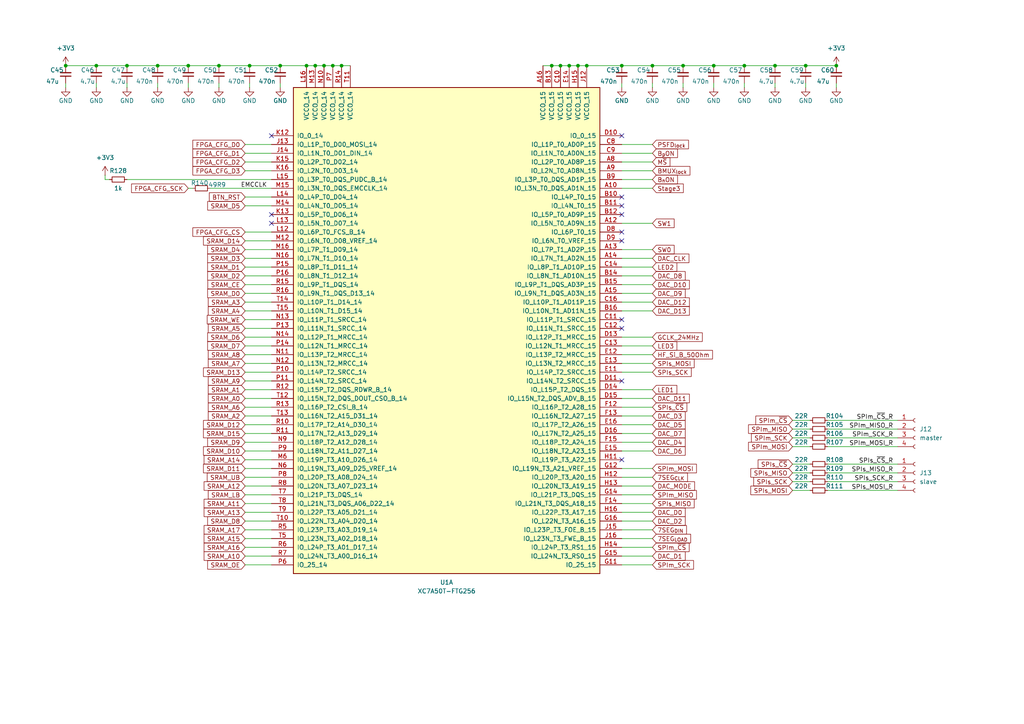
<source format=kicad_sch>
(kicad_sch (version 20231120) (generator "eeschema") (generator_version "8.0")
  (paper "A4")
  (title_block (title "CPArti: Artix-7 FPGA Development Board") (date "2024-08-22") (rev "1.0"))
  (junction (at 167.64 19.05))
  (junction (at 165.1 19.05))
  (junction (at 189.23 19.05))
  (junction (at 36.83 19.05))
  (junction (at 160.02 19.05))
  (junction (at 63.5 19.05))
  (junction (at 207.01 19.05))
  (junction (at 27.94 19.05))
  (junction (at 19.05 19.05))
  (junction (at 45.72 19.05))
  (junction (at 170.18 19.05))
  (junction (at 224.79 19.05))
  (junction (at 93.98 19.05))
  (junction (at 198.12 19.05))
  (junction (at 96.52 19.05))
  (junction (at 54.61 19.05))
  (junction (at 91.44 19.05))
  (junction (at 99.06 19.05))
  (junction (at 180.34 19.05))
  (junction (at 215.9 19.05))
  (junction (at 72.39 19.05))
  (junction (at 242.57 19.05))
  (junction (at 233.68 19.05))
  (junction (at 88.9 19.05))
  (junction (at 81.28 19.05))
  (junction (at 162.56 19.05))
  (no_connect (at 78.74 39.37))
  (no_connect (at 78.74 62.23))
  (no_connect (at 78.74 64.77))
  (no_connect (at 180.34 92.71))
  (no_connect (at 180.34 57.15))
  (no_connect (at 180.34 95.25))
  (no_connect (at 180.34 69.85))
  (no_connect (at 180.34 62.23))
  (no_connect (at 180.34 133.35))
  (no_connect (at 180.34 39.37))
  (no_connect (at 180.34 59.69))
  (no_connect (at 180.34 110.49))
  (no_connect (at 180.34 67.31))
  (wire (pts (xy 189.23 151.13) (xy 180.34 151.13)))
  (wire (pts (xy 240.03 124.46) (xy 260.35 124.46)))
  (wire (pts (xy 71.12 156.21) (xy 78.74 156.21)))
  (wire (pts (xy 229.87 129.54) (xy 234.95 129.54)))
  (wire (pts (xy 229.87 124.46) (xy 234.95 124.46)))
  (wire (pts (xy 71.12 97.79) (xy 78.74 97.79)))
  (wire (pts (xy 30.48 52.07) (xy 31.75 52.07)))
  (wire (pts (xy 36.83 52.07) (xy 78.74 52.07)))
  (wire (pts (xy 180.34 118.11) (xy 189.23 118.11)))
  (wire (pts (xy 71.12 77.47) (xy 78.74 77.47)))
  (wire (pts (xy 71.12 41.91) (xy 78.74 41.91)))
  (wire (pts (xy 180.34 85.09) (xy 189.23 85.09)))
  (wire (pts (xy 180.34 87.63) (xy 189.23 87.63)))
  (wire (pts (xy 167.64 19.05) (xy 170.18 19.05)))
  (wire (pts (xy 189.23 54.61) (xy 180.34 54.61)))
  (wire (pts (xy 189.23 163.83) (xy 180.34 163.83)))
  (wire (pts (xy 71.12 146.05) (xy 78.74 146.05)))
  (wire (pts (xy 189.23 158.75) (xy 180.34 158.75)))
  (wire (pts (xy 45.72 24.13) (xy 45.72 25.4)))
  (wire (pts (xy 240.03 139.7) (xy 260.35 139.7)))
  (wire (pts (xy 36.83 19.05) (xy 45.72 19.05)))
  (wire (pts (xy 189.23 24.13) (xy 189.23 25.4)))
  (wire (pts (xy 72.39 19.05) (xy 81.28 19.05)))
  (wire (pts (xy 27.94 19.05) (xy 36.83 19.05)))
  (wire (pts (xy 71.12 57.15) (xy 78.74 57.15)))
  (wire (pts (xy 240.03 127) (xy 260.35 127)))
  (wire (pts (xy 229.87 142.24) (xy 234.95 142.24)))
  (wire (pts (xy 71.12 49.53) (xy 78.74 49.53)))
  (wire (pts (xy 224.79 24.13) (xy 224.79 25.4)))
  (wire (pts (xy 71.12 74.93) (xy 78.74 74.93)))
  (wire (pts (xy 189.23 49.53) (xy 180.34 49.53)))
  (wire (pts (xy 207.01 19.05) (xy 215.9 19.05)))
  (wire (pts (xy 71.12 125.73) (xy 78.74 125.73)))
  (wire (pts (xy 180.34 105.41) (xy 189.23 105.41)))
  (wire (pts (xy 180.34 115.57) (xy 189.23 115.57)))
  (wire (pts (xy 71.12 153.67) (xy 78.74 153.67)))
  (wire (pts (xy 189.23 161.29) (xy 180.34 161.29)))
  (wire (pts (xy 180.34 97.79) (xy 189.23 97.79)))
  (wire (pts (xy 93.98 19.05) (xy 96.52 19.05)))
  (wire (pts (xy 71.12 115.57) (xy 78.74 115.57)))
  (wire (pts (xy 180.34 100.33) (xy 189.23 100.33)))
  (wire (pts (xy 81.28 24.13) (xy 81.28 25.4)))
  (wire (pts (xy 180.34 107.95) (xy 189.23 107.95)))
  (wire (pts (xy 180.34 113.03) (xy 189.23 113.03)))
  (wire (pts (xy 189.23 82.55) (xy 180.34 82.55)))
  (wire (pts (xy 189.23 146.05) (xy 180.34 146.05)))
  (wire (pts (xy 71.12 133.35) (xy 78.74 133.35)))
  (wire (pts (xy 240.03 142.24) (xy 260.35 142.24)))
  (wire (pts (xy 71.12 110.49) (xy 78.74 110.49)))
  (wire (pts (xy 71.12 59.69) (xy 78.74 59.69)))
  (wire (pts (xy 189.23 52.07) (xy 180.34 52.07)))
  (wire (pts (xy 71.12 87.63) (xy 78.74 87.63)))
  (wire (pts (xy 189.23 72.39) (xy 180.34 72.39)))
  (wire (pts (xy 229.87 139.7) (xy 234.95 139.7)))
  (wire (pts (xy 180.34 44.45) (xy 189.23 44.45)))
  (wire (pts (xy 27.94 24.13) (xy 27.94 25.4)))
  (wire (pts (xy 19.05 24.13) (xy 19.05 25.4)))
  (wire (pts (xy 229.87 121.92) (xy 234.95 121.92)))
  (wire (pts (xy 71.12 67.31) (xy 78.74 67.31)))
  (wire (pts (xy 81.28 19.05) (xy 88.9 19.05)))
  (wire (pts (xy 72.39 24.13) (xy 72.39 25.4)))
  (wire (pts (xy 71.12 118.11) (xy 78.74 118.11)))
  (wire (pts (xy 71.12 113.03) (xy 78.74 113.03)))
  (wire (pts (xy 157.48 19.05) (xy 160.02 19.05)))
  (wire (pts (xy 71.12 130.81) (xy 78.74 130.81)))
  (wire (pts (xy 189.23 143.51) (xy 180.34 143.51)))
  (wire (pts (xy 71.12 163.83) (xy 78.74 163.83)))
  (wire (pts (xy 242.57 24.13) (xy 242.57 25.4)))
  (wire (pts (xy 198.12 19.05) (xy 207.01 19.05)))
  (wire (pts (xy 71.12 135.89) (xy 78.74 135.89)))
  (wire (pts (xy 71.12 158.75) (xy 78.74 158.75)))
  (wire (pts (xy 71.12 95.25) (xy 78.74 95.25)))
  (wire (pts (xy 189.23 19.05) (xy 198.12 19.05)))
  (wire (pts (xy 71.12 100.33) (xy 78.74 100.33)))
  (wire (pts (xy 170.18 19.05) (xy 180.34 19.05)))
  (wire (pts (xy 45.72 19.05) (xy 54.61 19.05)))
  (wire (pts (xy 71.12 44.45) (xy 78.74 44.45)))
  (wire (pts (xy 240.03 134.62) (xy 260.35 134.62)))
  (wire (pts (xy 229.87 127) (xy 234.95 127)))
  (wire (pts (xy 71.12 161.29) (xy 78.74 161.29)))
  (wire (pts (xy 180.34 77.47) (xy 189.23 77.47)))
  (wire (pts (xy 189.23 156.21) (xy 180.34 156.21)))
  (wire (pts (xy 71.12 143.51) (xy 78.74 143.51)))
  (wire (pts (xy 233.68 24.13) (xy 233.68 25.4)))
  (wire (pts (xy 71.12 120.65) (xy 78.74 120.65)))
  (wire (pts (xy 180.34 80.01) (xy 189.23 80.01)))
  (wire (pts (xy 229.87 137.16) (xy 234.95 137.16)))
  (wire (pts (xy 91.44 19.05) (xy 93.98 19.05)))
  (wire (pts (xy 189.23 140.97) (xy 180.34 140.97)))
  (wire (pts (xy 233.68 19.05) (xy 242.57 19.05)))
  (wire (pts (xy 189.23 148.59) (xy 180.34 148.59)))
  (wire (pts (xy 71.12 128.27) (xy 78.74 128.27)))
  (wire (pts (xy 180.34 102.87) (xy 189.23 102.87)))
  (wire (pts (xy 215.9 24.13) (xy 215.9 25.4)))
  (wire (pts (xy 36.83 24.13) (xy 36.83 25.4)))
  (wire (pts (xy 189.23 120.65) (xy 180.34 120.65)))
  (wire (pts (xy 54.61 54.61) (xy 55.88 54.61)))
  (wire (pts (xy 240.03 137.16) (xy 260.35 137.16)))
  (wire (pts (xy 71.12 90.17) (xy 78.74 90.17)))
  (wire (pts (xy 240.03 121.92) (xy 260.35 121.92)))
  (wire (pts (xy 207.01 24.13) (xy 207.01 25.4)))
  (wire (pts (xy 189.23 138.43) (xy 180.34 138.43)))
  (wire (pts (xy 180.34 24.13) (xy 180.34 25.4)))
  (wire (pts (xy 71.12 85.09) (xy 78.74 85.09)))
  (wire (pts (xy 215.9 19.05) (xy 224.79 19.05)))
  (wire (pts (xy 71.12 82.55) (xy 78.74 82.55)))
  (wire (pts (xy 189.23 153.67) (xy 180.34 153.67)))
  (wire (pts (xy 71.12 138.43) (xy 78.74 138.43)))
  (wire (pts (xy 189.23 74.93) (xy 180.34 74.93)))
  (wire (pts (xy 180.34 41.91) (xy 189.23 41.91)))
  (wire (pts (xy 71.12 123.19) (xy 78.74 123.19)))
  (wire (pts (xy 180.34 125.73) (xy 189.23 125.73)))
  (wire (pts (xy 160.02 19.05) (xy 162.56 19.05)))
  (wire (pts (xy 71.12 46.99) (xy 78.74 46.99)))
  (wire (pts (xy 71.12 107.95) (xy 78.74 107.95)))
  (wire (pts (xy 165.1 19.05) (xy 167.64 19.05)))
  (wire (pts (xy 189.23 46.99) (xy 180.34 46.99)))
  (wire (pts (xy 63.5 24.13) (xy 63.5 25.4)))
  (wire (pts (xy 71.12 92.71) (xy 78.74 92.71)))
  (wire (pts (xy 229.87 134.62) (xy 234.95 134.62)))
  (wire (pts (xy 180.34 123.19) (xy 189.23 123.19)))
  (wire (pts (xy 71.12 148.59) (xy 78.74 148.59)))
  (wire (pts (xy 224.79 19.05) (xy 233.68 19.05)))
  (wire (pts (xy 240.03 129.54) (xy 260.35 129.54)))
  (wire (pts (xy 60.96 54.61) (xy 78.74 54.61)))
  (wire (pts (xy 96.52 19.05) (xy 99.06 19.05)))
  (wire (pts (xy 180.34 128.27) (xy 189.23 128.27)))
  (wire (pts (xy 162.56 19.05) (xy 165.1 19.05)))
  (wire (pts (xy 99.06 19.05) (xy 101.6 19.05)))
  (wire (pts (xy 71.12 72.39) (xy 78.74 72.39)))
  (wire (pts (xy 30.48 50.8) (xy 30.48 52.07)))
  (wire (pts (xy 189.23 135.89) (xy 180.34 135.89)))
  (wire (pts (xy 63.5 19.05) (xy 72.39 19.05)))
  (wire (pts (xy 180.34 90.17) (xy 189.23 90.17)))
  (wire (pts (xy 54.61 19.05) (xy 63.5 19.05)))
  (wire (pts (xy 71.12 69.85) (xy 78.74 69.85)))
  (wire (pts (xy 54.61 24.13) (xy 54.61 25.4)))
  (wire (pts (xy 71.12 151.13) (xy 78.74 151.13)))
  (wire (pts (xy 71.12 102.87) (xy 78.74 102.87)))
  (wire (pts (xy 71.12 140.97) (xy 78.74 140.97)))
  (wire (pts (xy 88.9 19.05) (xy 91.44 19.05)))
  (wire (pts (xy 189.23 64.77) (xy 180.34 64.77)))
  (wire (pts (xy 180.34 19.05) (xy 189.23 19.05)))
  (wire (pts (xy 71.12 105.41) (xy 78.74 105.41)))
  (wire (pts (xy 180.34 130.81) (xy 189.23 130.81)))
  (wire (pts (xy 198.12 24.13) (xy 198.12 25.4)))
  (wire (pts (xy 19.05 19.05) (xy 27.94 19.05)))
  (wire (pts (xy 71.12 80.01) (xy 78.74 80.01)))
  (label "SPIm_MOSI_R" (at 259.08 129.54 180))
  (label "SPIm_SCK_R" (at 259.08 127 180))
  (label "SPIs_MOSI_R" (at 259.08 142.24 180))
  (label "SPIs_~{CS}_R" (at 259.08 134.62 180))
  (label "SPIm_MISO_R" (at 259.08 124.46 180))
  (label "SPIs_SCK_R" (at 259.08 139.7 180))
  (label "EMCCLK" (at 77.47 54.61 180))
  (label "SPIs_MISO_R" (at 259.08 137.16 180))
  (label "SPIm_~{CS}_R" (at 259.08 121.92 180))
  (global_label "SPIm_MISO" (shape input) (at 189.23 143.51 0) (property "Intersheetrefs" "${INTERSHEET_REFS}" (effects (hide yes))))
  (global_label "LED3" (shape input) (at 189.23 100.33 0) (property "Intersheetrefs" "${INTERSHEET_REFS}" (effects (hide yes))))
  (global_label "DAC_D5" (shape input) (at 189.23 123.19 0) (property "Intersheetrefs" "${INTERSHEET_REFS}" (effects (hide yes))))
  (global_label "7SEG_{CLK}" (shape input) (at 189.23 138.43 0) (property "Intersheetrefs" "${INTERSHEET_REFS}" (effects (hide yes))))
  (global_label "SRAM_A11" (shape input) (at 71.12 146.05 180) (property "Intersheetrefs" "${INTERSHEET_REFS}" (effects (hide yes))))
  (global_label "SRAM_A15" (shape input) (at 71.12 156.21 180) (property "Intersheetrefs" "${INTERSHEET_REFS}" (effects (hide yes))))
  (global_label "SRAM_D4" (shape input) (at 71.12 72.39 180) (property "Intersheetrefs" "${INTERSHEET_REFS}" (effects (hide yes))))
  (global_label "SPIm_SCK" (shape input) (at 229.87 127 180) (property "Intersheetrefs" "${INTERSHEET_REFS}" (effects (hide yes))))
  (global_label "SW0" (shape input) (at 189.23 72.39 0) (property "Intersheetrefs" "${INTERSHEET_REFS}" (effects (hide yes))))
  (global_label "SRAM_A16" (shape input) (at 71.12 158.75 180) (property "Intersheetrefs" "${INTERSHEET_REFS}" (effects (hide yes))))
  (global_label "DAC_D4" (shape input) (at 189.23 128.27 0) (property "Intersheetrefs" "${INTERSHEET_REFS}" (effects (hide yes))))
  (global_label "Stage3" (shape input) (at 189.23 54.61 0) (property "Intersheetrefs" "${INTERSHEET_REFS}" (effects (hide yes))))
  (global_label "SPIs_~{CS}" (shape input) (at 229.87 134.62 180) (property "Intersheetrefs" "${INTERSHEET_REFS}" (effects (hide yes))))
  (global_label "SRAM_A9" (shape input) (at 71.12 110.49 180) (property "Intersheetrefs" "${INTERSHEET_REFS}" (effects (hide yes))))
  (global_label "DAC_D3" (shape input) (at 189.23 120.65 0) (property "Intersheetrefs" "${INTERSHEET_REFS}" (effects (hide yes))))
  (global_label "HF_Si_B_50Ohm" (shape input) (at 189.23 102.87 0) (property "Intersheetrefs" "${INTERSHEET_REFS}" (effects (hide yes))))
  (global_label "DAC_D1" (shape input) (at 189.23 161.29 0) (property "Intersheetrefs" "${INTERSHEET_REFS}" (effects (hide yes))))
  (global_label "SRAM_D0" (shape input) (at 71.12 85.09 180) (property "Intersheetrefs" "${INTERSHEET_REFS}" (effects (hide yes))))
  (global_label "SRAM_A0" (shape input) (at 71.12 115.57 180) (property "Intersheetrefs" "${INTERSHEET_REFS}" (effects (hide yes))))
  (global_label "SPIm_MOSI" (shape input) (at 229.87 129.54 180) (property "Intersheetrefs" "${INTERSHEET_REFS}" (effects (hide yes))))
  (global_label "FPGA_CFG_SCK" (shape input) (at 54.61 54.61 180) (property "Intersheetrefs" "${INTERSHEET_REFS}" (effects (hide yes))))
  (global_label "DAC_D7" (shape input) (at 189.23 125.73 0) (property "Intersheetrefs" "${INTERSHEET_REFS}" (effects (hide yes))))
  (global_label "DAC_D10" (shape input) (at 189.23 82.55 0) (property "Intersheetrefs" "${INTERSHEET_REFS}" (effects (hide yes))))
  (global_label "DAC_D13" (shape input) (at 189.23 90.17 0) (property "Intersheetrefs" "${INTERSHEET_REFS}" (effects (hide yes))))
  (global_label "DAC_D2" (shape input) (at 189.23 151.13 0) (property "Intersheetrefs" "${INTERSHEET_REFS}" (effects (hide yes))))
  (global_label "LED1" (shape input) (at 189.23 113.03 0) (property "Intersheetrefs" "${INTERSHEET_REFS}" (effects (hide yes))))
  (global_label "SRAM_D15" (shape input) (at 71.12 125.73 180) (property "Intersheetrefs" "${INTERSHEET_REFS}" (effects (hide yes))))
  (global_label "SPIs_SCK" (shape input) (at 229.87 139.7 180) (property "Intersheetrefs" "${INTERSHEET_REFS}" (effects (hide yes))))
  (global_label "SPIs_SCK" (shape input) (at 189.23 107.95 0) (property "Intersheetrefs" "${INTERSHEET_REFS}" (effects (hide yes))))
  (global_label "SRAM_D13" (shape input) (at 71.12 107.95 180) (property "Intersheetrefs" "${INTERSHEET_REFS}" (effects (hide yes))))
  (global_label "SRAM_LB" (shape input) (at 71.12 143.51 180) (property "Intersheetrefs" "${INTERSHEET_REFS}" (effects (hide yes))))
  (global_label "B_{p}ON" (shape input) (at 189.23 44.45 0) (property "Intersheetrefs" "${INTERSHEET_REFS}" (effects (hide yes))))
  (global_label "SRAM_A12" (shape input) (at 71.12 140.97 180) (property "Intersheetrefs" "${INTERSHEET_REFS}" (effects (hide yes))))
  (global_label "SRAM_A3" (shape input) (at 71.12 87.63 180) (property "Intersheetrefs" "${INTERSHEET_REFS}" (effects (hide yes))))
  (global_label "DAC_MODE" (shape input) (at 189.23 140.97 0) (property "Intersheetrefs" "${INTERSHEET_REFS}" (effects (hide yes))))
  (global_label "SRAM_A10" (shape input) (at 71.12 161.29 180) (property "Intersheetrefs" "${INTERSHEET_REFS}" (effects (hide yes))))
  (global_label "SRAM_A7" (shape input) (at 71.12 105.41 180) (property "Intersheetrefs" "${INTERSHEET_REFS}" (effects (hide yes))))
  (global_label "SRAM_A5" (shape input) (at 71.12 95.25 180) (property "Intersheetrefs" "${INTERSHEET_REFS}" (effects (hide yes))))
  (global_label "FPGA_CFG_D0" (shape input) (at 71.12 41.91 180) (property "Intersheetrefs" "${INTERSHEET_REFS}" (effects (hide yes))))
  (global_label "SPIm_MISO" (shape input) (at 229.87 124.46 180) (property "Intersheetrefs" "${INTERSHEET_REFS}" (effects (hide yes))))
  (global_label "SRAM_D12" (shape input) (at 71.12 123.19 180) (property "Intersheetrefs" "${INTERSHEET_REFS}" (effects (hide yes))))
  (global_label "SRAM_D5" (shape input) (at 71.12 59.69 180) (property "Intersheetrefs" "${INTERSHEET_REFS}" (effects (hide yes))))
  (global_label "SRAM_UB" (shape input) (at 71.12 138.43 180) (property "Intersheetrefs" "${INTERSHEET_REFS}" (effects (hide yes))))
  (global_label "SPIs_MOSI" (shape input) (at 229.87 142.24 180) (property "Intersheetrefs" "${INTERSHEET_REFS}" (effects (hide yes))))
  (global_label "FPGA_CFG_CS" (shape input) (at 71.12 67.31 180) (property "Intersheetrefs" "${INTERSHEET_REFS}" (effects (hide yes))))
  (global_label "7SEG_{DIN}" (shape input) (at 189.23 153.67 0) (property "Intersheetrefs" "${INTERSHEET_REFS}" (effects (hide yes))))
  (global_label "FPGA_CFG_D1" (shape input) (at 71.12 44.45 180) (property "Intersheetrefs" "${INTERSHEET_REFS}" (effects (hide yes))))
  (global_label "SPIm_~{CS}" (shape input) (at 229.87 121.92 180) (property "Intersheetrefs" "${INTERSHEET_REFS}" (effects (hide yes))))
  (global_label "GCLK_24MHz" (shape input) (at 189.23 97.79 0) (property "Intersheetrefs" "${INTERSHEET_REFS}" (effects (hide yes))))
  (global_label "M~{S}" (shape input) (at 189.23 46.99 0) (property "Intersheetrefs" "${INTERSHEET_REFS}" (effects (hide yes))))
  (global_label "SRAM_D9" (shape input) (at 71.12 128.27 180) (property "Intersheetrefs" "${INTERSHEET_REFS}" (effects (hide yes))))
  (global_label "DAC_D0" (shape input) (at 189.23 148.59 0) (property "Intersheetrefs" "${INTERSHEET_REFS}" (effects (hide yes))))
  (global_label "LED2" (shape input) (at 189.23 77.47 0) (property "Intersheetrefs" "${INTERSHEET_REFS}" (effects (hide yes))))
  (global_label "7SEG_{LOAD}" (shape input) (at 189.23 156.21 0) (property "Intersheetrefs" "${INTERSHEET_REFS}" (effects (hide yes))))
  (global_label "DAC_D6" (shape input) (at 189.23 130.81 0) (property "Intersheetrefs" "${INTERSHEET_REFS}" (effects (hide yes))))
  (global_label "SPIm_MOSI" (shape input) (at 189.23 135.89 0) (property "Intersheetrefs" "${INTERSHEET_REFS}" (effects (hide yes))))
  (global_label "SRAM_A4" (shape input) (at 71.12 90.17 180) (property "Intersheetrefs" "${INTERSHEET_REFS}" (effects (hide yes))))
  (global_label "SRAM_A8" (shape input) (at 71.12 102.87 180) (property "Intersheetrefs" "${INTERSHEET_REFS}" (effects (hide yes))))
  (global_label "B_{n}ON" (shape input) (at 189.23 52.07 0) (property "Intersheetrefs" "${INTERSHEET_REFS}" (effects (hide yes))))
  (global_label "SRAM_D3" (shape input) (at 71.12 74.93 180) (property "Intersheetrefs" "${INTERSHEET_REFS}" (effects (hide yes))))
  (global_label "PSFD_{lock}" (shape input) (at 189.23 41.91 0) (property "Intersheetrefs" "${INTERSHEET_REFS}" (effects (hide yes))))
  (global_label "DAC_D11" (shape input) (at 189.23 115.57 0) (property "Intersheetrefs" "${INTERSHEET_REFS}" (effects (hide yes))))
  (global_label "SRAM_D14" (shape input) (at 71.12 69.85 180) (property "Intersheetrefs" "${INTERSHEET_REFS}" (effects (hide yes))))
  (global_label "SRAM_D2" (shape input) (at 71.12 80.01 180) (property "Intersheetrefs" "${INTERSHEET_REFS}" (effects (hide yes))))
  (global_label "SPIs_MISO" (shape input) (at 189.23 146.05 0) (property "Intersheetrefs" "${INTERSHEET_REFS}" (effects (hide yes))))
  (global_label "SRAM_CE" (shape input) (at 71.12 82.55 180) (property "Intersheetrefs" "${INTERSHEET_REFS}" (effects (hide yes))))
  (global_label "SPIs_MISO" (shape input) (at 229.87 137.16 180) (property "Intersheetrefs" "${INTERSHEET_REFS}" (effects (hide yes))))
  (global_label "SRAM_OE" (shape input) (at 71.12 163.83 180) (property "Intersheetrefs" "${INTERSHEET_REFS}" (effects (hide yes))))
  (global_label "SRAM_D7" (shape input) (at 71.12 100.33 180) (property "Intersheetrefs" "${INTERSHEET_REFS}" (effects (hide yes))))
  (global_label "DAC_D9" (shape input) (at 189.23 85.09 0) (property "Intersheetrefs" "${INTERSHEET_REFS}" (effects (hide yes))))
  (global_label "SRAM_D8" (shape input) (at 71.12 151.13 180) (property "Intersheetrefs" "${INTERSHEET_REFS}" (effects (hide yes))))
  (global_label "DAC_D8" (shape input) (at 189.23 80.01 0) (property "Intersheetrefs" "${INTERSHEET_REFS}" (effects (hide yes))))
  (global_label "SPIm_~{CS}" (shape input) (at 189.23 158.75 0) (property "Intersheetrefs" "${INTERSHEET_REFS}" (effects (hide yes))))
  (global_label "FPGA_CFG_D3" (shape input) (at 71.12 49.53 180) (property "Intersheetrefs" "${INTERSHEET_REFS}" (effects (hide yes))))
  (global_label "SRAM_A13" (shape input) (at 71.12 148.59 180) (property "Intersheetrefs" "${INTERSHEET_REFS}" (effects (hide yes))))
  (global_label "DAC_D12" (shape input) (at 189.23 87.63 0) (property "Intersheetrefs" "${INTERSHEET_REFS}" (effects (hide yes))))
  (global_label "FPGA_CFG_D2" (shape input) (at 71.12 46.99 180) (property "Intersheetrefs" "${INTERSHEET_REFS}" (effects (hide yes))))
  (global_label "SRAM_WE" (shape input) (at 71.12 92.71 180) (property "Intersheetrefs" "${INTERSHEET_REFS}" (effects (hide yes))))
  (global_label "SRAM_A17" (shape input) (at 71.12 153.67 180) (property "Intersheetrefs" "${INTERSHEET_REFS}" (effects (hide yes))))
  (global_label "SRAM_A2" (shape input) (at 71.12 120.65 180) (property "Intersheetrefs" "${INTERSHEET_REFS}" (effects (hide yes))))
  (global_label "SRAM_D1" (shape input) (at 71.12 77.47 180) (property "Intersheetrefs" "${INTERSHEET_REFS}" (effects (hide yes))))
  (global_label "BMUX_{lock}" (shape input) (at 189.23 49.53 0) (property "Intersheetrefs" "${INTERSHEET_REFS}" (effects (hide yes))))
  (global_label "SPIs_~{CS}" (shape input) (at 189.23 118.11 0) (property "Intersheetrefs" "${INTERSHEET_REFS}" (effects (hide yes))))
  (global_label "SW1" (shape input) (at 189.23 64.77 0) (property "Intersheetrefs" "${INTERSHEET_REFS}" (effects (hide yes))))
  (global_label "SRAM_D6" (shape input) (at 71.12 97.79 180) (property "Intersheetrefs" "${INTERSHEET_REFS}" (effects (hide yes))))
  (global_label "SPIs_MOSI" (shape input) (at 189.23 105.41 0) (property "Intersheetrefs" "${INTERSHEET_REFS}" (effects (hide yes))))
  (global_label "SRAM_A14" (shape input) (at 71.12 133.35 180) (property "Intersheetrefs" "${INTERSHEET_REFS}" (effects (hide yes))))
  (global_label "SRAM_A6" (shape input) (at 71.12 118.11 180) (property "Intersheetrefs" "${INTERSHEET_REFS}" (effects (hide yes))))
  (global_label "DAC_CLK" (shape input) (at 189.23 74.93 0) (property "Intersheetrefs" "${INTERSHEET_REFS}" (effects (hide yes))))
  (global_label "SRAM_D11" (shape input) (at 71.12 135.89 180) (property "Intersheetrefs" "${INTERSHEET_REFS}" (effects (hide yes))))
  (global_label "BTN_RST" (shape input) (at 71.12 57.15 180) (property "Intersheetrefs" "${INTERSHEET_REFS}" (effects (hide yes))))
  (global_label "SPIm_SCK" (shape input) (at 189.23 163.83 0) (property "Intersheetrefs" "${INTERSHEET_REFS}" (effects (hide yes))))
  (global_label "SRAM_A1" (shape input) (at 71.12 113.03 180) (property "Intersheetrefs" "${INTERSHEET_REFS}" (effects (hide yes))))
  (global_label "SRAM_D10" (shape input) (at 71.12 130.81 180) (property "Intersheetrefs" "${INTERSHEET_REFS}" (effects (hide yes))))
  (symbol (lib_id "Device:R_Small") (at 237.49 127 90) (unit 1)
    (property "Reference" "R106" (at 242.062 125.73 90))
    (property "Value" "22R" (at 232.41 125.73 90))
    (property "Footprint" "Resistor_SMD:R_0402_1005Metric" (effects (hide yes)))
    (property "Description" "Resistor, small symbol" (effects (hide yes)))
    (property "LCSC" "C25092" (effects (hide yes)))
  )
  (symbol (lib_id "power:GND") (at 72.39 25.4 0) (unit 1)
    (property "Reference" "#PWR086" (effects (hide yes)))
    (property "Value" "GND" (at 72.39 29.21 0))
    (property "Description" "Power symbol creates a global label with name \"GND\" , ground" (effects (hide yes)))
  )
  (symbol (lib_id "Device:C_Small") (at 198.12 21.59 180) (unit 1)
    (property "Reference" "C55" (at 195.58 20.32 0))
    (property "Value" "470n" (at 194.31 23.622 0))
    (property "Footprint" "Capacitor_SMD:C_0603_1608Metric" (effects (hide yes)))
    (property "Description" "Unpolarized capacitor, small symbol" (effects (hide yes)))
    (property "LCSC" "C1623" (effects (hide yes)))
  )
  (symbol (lib_id "power:GND") (at 207.01 25.4 0) (unit 1)
    (property "Reference" "#PWR099" (effects (hide yes)))
    (property "Value" "GND" (at 207.01 29.21 0))
    (property "Description" "Power symbol creates a global label with name \"GND\" , ground" (effects (hide yes)))
  )
  (symbol (lib_id "power:GND") (at 63.5 25.4 0) (unit 1)
    (property "Reference" "#PWR087" (effects (hide yes)))
    (property "Value" "GND" (at 63.5 29.21 0))
    (property "Description" "Power symbol creates a global label with name \"GND\" , ground" (effects (hide yes)))
  )
  (symbol (lib_id "Device:R_Small") (at 237.49 129.54 90) (unit 1)
    (property "Reference" "R107" (at 242.062 128.27 90))
    (property "Value" "22R" (at 232.41 128.27 90))
    (property "Footprint" "Resistor_SMD:R_0402_1005Metric" (effects (hide yes)))
    (property "Description" "Resistor, small symbol" (effects (hide yes)))
    (property "LCSC" "C25092" (effects (hide yes)))
  )
  (symbol (lib_id "power:GND") (at 189.23 25.4 0) (unit 1)
    (property "Reference" "#PWR097" (effects (hide yes)))
    (property "Value" "GND" (at 189.23 29.21 0))
    (property "Description" "Power symbol creates a global label with name \"GND\" , ground" (effects (hide yes)))
  )
  (symbol (lib_id "Device:C_Small") (at 27.94 21.59 180) (unit 1)
    (property "Reference" "C46" (at 25.4 20.32 0))
    (property "Value" "4.7u" (at 25.4 23.622 0))
    (property "Footprint" "Capacitor_SMD:C_0603_1608Metric" (effects (hide yes)))
    (property "Description" "Unpolarized capacitor, small symbol" (effects (hide yes)))
    (property "LCSC" "C19666" (effects (hide yes)))
  )
  (symbol (lib_id "Connector:Conn_01x04_Socket") (at 265.43 124.46 0) (unit 1)
    (property "Reference" "J12" (at 266.7 124.4599 0) (effects (justify left)))
    (property "Value" "master" (at 266.7 126.9999 0) (effects (justify left)))
    (property "Footprint" "Connector:NS-Tech_Grove_1x04_P2mm_Vertical" (effects (hide yes)))
  )
  (symbol (lib_id "Connector:Conn_01x04_Socket") (at 265.43 137.16 0) (unit 1)
    (property "Reference" "J13" (at 266.7 137.1599 0) (effects (justify left)))
    (property "Value" "slave" (at 266.7 139.6999 0) (effects (justify left)))
    (property "Footprint" "Connector:NS-Tech_Grove_1x04_P2mm_Vertical" (effects (hide yes)))
  )
  (symbol (lib_id "Device:C_Small") (at 180.34 21.59 180) (unit 1)
    (property "Reference" "C53" (at 177.8 20.32 0))
    (property "Value" "470n" (at 176.53 23.622 0))
    (property "Footprint" "Capacitor_SMD:C_0603_1608Metric" (effects (hide yes)))
    (property "Description" "Unpolarized capacitor, small symbol" (effects (hide yes)))
    (property "LCSC" "C1623" (effects (hide yes)))
  )
  (symbol (lib_id "power:GND") (at 36.83 25.4 0) (unit 1)
    (property "Reference" "#PWR089" (effects (hide yes)))
    (property "Value" "GND" (at 36.83 29.21 0))
    (property "Description" "Power symbol creates a global label with name \"GND\" , ground" (effects (hide yes)))
  )
  (symbol (lib_id "power:GND") (at 242.57 25.4 0) (unit 1)
    (property "Reference" "#PWR093" (effects (hide yes)))
    (property "Value" "GND" (at 242.57 29.21 0))
    (property "Description" "Power symbol creates a global label with name \"GND\" , ground" (effects (hide yes)))
  )
  (symbol (lib_id "Device:R_Small") (at 34.29 52.07 90) (unit 1)
    (property "Reference" "R128" (at 34.29 49.53 90))
    (property "Value" "1k" (at 34.29 54.61 90))
    (property "Footprint" "Resistor_SMD:R_0402_1005Metric" (effects (hide yes)))
    (property "Description" "Resistor, small symbol" (effects (hide yes)))
    (property "LCSC" "C11702" (effects (hide yes)))
  )
  (symbol (lib_id "Device:C_Small") (at 233.68 21.59 180) (unit 1)
    (property "Reference" "C59" (at 231.14 20.32 0))
    (property "Value" "4.7u" (at 231.14 23.622 0))
    (property "Footprint" "Capacitor_SMD:C_0603_1608Metric" (effects (hide yes)))
    (property "Description" "Unpolarized capacitor, small symbol" (effects (hide yes)))
    (property "LCSC" "C19666" (effects (hide yes)))
  )
  (symbol (lib_id "Device:C_Small") (at 45.72 21.59 180) (unit 1)
    (property "Reference" "C48" (at 43.18 20.32 0))
    (property "Value" "470n" (at 41.91 23.622 0))
    (property "Footprint" "Capacitor_SMD:C_0603_1608Metric" (effects (hide yes)))
    (property "Description" "Unpolarized capacitor, small symbol" (effects (hide yes)))
    (property "LCSC" "C1623" (effects (hide yes)))
  )
  (symbol (lib_id "Device:R_Small") (at 58.42 54.61 90) (unit 1)
    (property "Reference" "R140" (at 57.912 53.086 90))
    (property "Value" "49R9" (at 62.992 53.594 90))
    (property "Footprint" "Resistor_SMD:R_0402_1005Metric" (effects (hide yes)))
    (property "Description" "Resistor, small symbol" (effects (hide yes)))
    (property "LCSC" "C25120" (effects (hide yes)))
  )
  (symbol (lib_id "Device:C_Small") (at 207.01 21.59 180) (unit 1)
    (property "Reference" "C56" (at 204.47 20.32 0))
    (property "Value" "470n" (at 203.2 23.622 0))
    (property "Footprint" "Capacitor_SMD:C_0603_1608Metric" (effects (hide yes)))
    (property "Description" "Unpolarized capacitor, small symbol" (effects (hide yes)))
    (property "LCSC" "C1623" (effects (hide yes)))
  )
  (symbol (lib_id "power:GND") (at 19.05 25.4 0) (unit 1)
    (property "Reference" "#PWR091" (effects (hide yes)))
    (property "Value" "GND" (at 19.05 29.21 0))
    (property "Description" "Power symbol creates a global label with name \"GND\" , ground" (effects (hide yes)))
  )
  (symbol (lib_id "Device:C_Small") (at 215.9 21.59 180) (unit 1)
    (property "Reference" "C57" (at 213.36 20.32 0))
    (property "Value" "470n" (at 212.09 23.622 0))
    (property "Footprint" "Capacitor_SMD:C_0603_1608Metric" (effects (hide yes)))
    (property "Description" "Unpolarized capacitor, small symbol" (effects (hide yes)))
    (property "LCSC" "C1623" (effects (hide yes)))
  )
  (symbol (lib_id "Device:C_Small") (at 54.61 21.59 180) (unit 1)
    (property "Reference" "C49" (at 52.07 20.32 0))
    (property "Value" "470n" (at 50.8 23.622 0))
    (property "Footprint" "Capacitor_SMD:C_0603_1608Metric" (effects (hide yes)))
    (property "Description" "Unpolarized capacitor, small symbol" (effects (hide yes)))
    (property "LCSC" "C1623" (effects (hide yes)))
  )
  (symbol (lib_id "Device:R_Small") (at 237.49 137.16 90) (unit 1)
    (property "Reference" "R109" (at 242.062 135.89 90))
    (property "Value" "22R" (at 232.41 135.89 90))
    (property "Footprint" "Resistor_SMD:R_0402_1005Metric" (effects (hide yes)))
    (property "Description" "Resistor, small symbol" (effects (hide yes)))
    (property "LCSC" "C25092" (effects (hide yes)))
  )
  (symbol (lib_id "Device:C_Small") (at 36.83 21.59 180) (unit 1)
    (property "Reference" "C47" (at 34.29 20.32 0))
    (property "Value" "4.7u" (at 34.29 23.622 0))
    (property "Footprint" "Capacitor_SMD:C_0603_1608Metric" (effects (hide yes)))
    (property "Description" "Unpolarized capacitor, small symbol" (effects (hide yes)))
    (property "LCSC" "C19666" (effects (hide yes)))
  )
  (symbol (lib_id "Device:R_Small") (at 237.49 139.7 90) (unit 1)
    (property "Reference" "R110" (at 242.062 138.43 90))
    (property "Value" "22R" (at 232.41 138.43 90))
    (property "Footprint" "Resistor_SMD:R_0402_1005Metric" (effects (hide yes)))
    (property "Description" "Resistor, small symbol" (effects (hide yes)))
    (property "LCSC" "C25092" (effects (hide yes)))
  )
  (symbol (lib_id "Device:C_Small") (at 72.39 21.59 180) (unit 1)
    (property "Reference" "C51" (at 69.85 20.32 0))
    (property "Value" "470n" (at 68.58 23.622 0))
    (property "Footprint" "Capacitor_SMD:C_0603_1608Metric" (effects (hide yes)))
    (property "Description" "Unpolarized capacitor, small symbol" (effects (hide yes)))
    (property "LCSC" "C1623" (effects (hide yes)))
  )
  (symbol (lib_id "Device:C_Small") (at 189.23 21.59 180) (unit 1)
    (property "Reference" "C54" (at 186.69 20.32 0))
    (property "Value" "470n" (at 185.42 23.622 0))
    (property "Footprint" "Capacitor_SMD:C_0603_1608Metric" (effects (hide yes)))
    (property "Description" "Unpolarized capacitor, small symbol" (effects (hide yes)))
    (property "LCSC" "C1623" (effects (hide yes)))
  )
  (symbol (lib_id "Device:C_Small") (at 81.28 21.59 180) (unit 1)
    (property "Reference" "C52" (at 78.74 20.32 0))
    (property "Value" "470n" (at 77.47 23.622 0))
    (property "Footprint" "Capacitor_SMD:C_0603_1608Metric" (effects (hide yes)))
    (property "Description" "Unpolarized capacitor, small symbol" (effects (hide yes)))
    (property "LCSC" "C1623" (effects (hide yes)))
  )
  (symbol (lib_id "Device:R_Small") (at 237.49 134.62 90) (unit 1)
    (property "Reference" "R108" (at 242.062 133.35 90))
    (property "Value" "22R" (at 232.41 133.35 90))
    (property "Footprint" "Resistor_SMD:R_0402_1005Metric" (effects (hide yes)))
    (property "Description" "Resistor, small symbol" (effects (hide yes)))
    (property "LCSC" "C25092" (effects (hide yes)))
  )
  (symbol (lib_id "Device:C_Small") (at 224.79 21.59 180) (unit 1)
    (property "Reference" "C58" (at 222.25 20.32 0))
    (property "Value" "4.7u" (at 222.25 23.622 0))
    (property "Footprint" "Capacitor_SMD:C_0603_1608Metric" (effects (hide yes)))
    (property "Description" "Unpolarized capacitor, small symbol" (effects (hide yes)))
    (property "LCSC" "C19666" (effects (hide yes)))
  )
  (symbol (lib_id "power:GND") (at 27.94 25.4 0) (unit 1)
    (property "Reference" "#PWR090" (effects (hide yes)))
    (property "Value" "GND" (at 27.94 29.21 0))
    (property "Description" "Power symbol creates a global label with name \"GND\" , ground" (effects (hide yes)))
  )
  (symbol (lib_id "Device:C_Small") (at 63.5 21.59 180) (unit 1)
    (property "Reference" "C50" (at 60.96 20.32 0))
    (property "Value" "470n" (at 59.69 23.622 0))
    (property "Footprint" "Capacitor_SMD:C_0603_1608Metric" (effects (hide yes)))
    (property "Description" "Unpolarized capacitor, small symbol" (effects (hide yes)))
    (property "LCSC" "C1623" (effects (hide yes)))
  )
  (symbol (lib_id "power:GND") (at 233.68 25.4 0) (unit 1)
    (property "Reference" "#PWR095" (effects (hide yes)))
    (property "Value" "GND" (at 233.68 29.21 0))
    (property "Description" "Power symbol creates a global label with name \"GND\" , ground" (effects (hide yes)))
  )
  (symbol (lib_id "power:GND") (at 224.79 25.4 0) (unit 1)
    (property "Reference" "#PWR094" (effects (hide yes)))
    (property "Value" "GND" (at 224.79 29.21 0))
    (property "Description" "Power symbol creates a global label with name \"GND\" , ground" (effects (hide yes)))
  )
  (symbol (lib_id "power:+3V3") (at 30.48 50.8 0) (unit 1)
    (property "Reference" "#PWR0279" (effects (hide yes)))
    (property "Value" "+3V3" (at 30.48 45.72 0))
    (property "Description" "Power symbol creates a global label with name \"+3V3\"" (effects (hide yes)))
  )
  (symbol (lib_id "Device:R_Small") (at 237.49 142.24 90) (unit 1)
    (property "Reference" "R111" (at 242.062 140.97 90))
    (property "Value" "22R" (at 232.41 140.97 90))
    (property "Footprint" "Resistor_SMD:R_0402_1005Metric" (effects (hide yes)))
    (property "Description" "Resistor, small symbol" (effects (hide yes)))
    (property "LCSC" "C25092" (effects (hide yes)))
  )
  (symbol (lib_id "power:+3V3") (at 19.05 19.05 0) (unit 1)
    (property "Reference" "#PWR0119" (effects (hide yes)))
    (property "Value" "+3V3" (at 19.05 13.97 0))
    (property "Description" "Power symbol creates a global label with name \"+3V3\"" (effects (hide yes)))
  )
  (symbol (lib_id "Device:R_Small") (at 237.49 121.92 90) (unit 1)
    (property "Reference" "R104" (at 242.062 120.65 90))
    (property "Value" "22R" (at 232.41 120.65 90))
    (property "Footprint" "Resistor_SMD:R_0402_1005Metric" (effects (hide yes)))
    (property "Description" "Resistor, small symbol" (effects (hide yes)))
    (property "LCSC" "C25092" (effects (hide yes)))
  )
  (symbol (lib_id "power:GND") (at 81.28 25.4 0) (unit 1)
    (property "Reference" "#PWR085" (effects (hide yes)))
    (property "Value" "GND" (at 81.28 29.21 0))
    (property "Description" "Power symbol creates a global label with name \"GND\" , ground" (effects (hide yes)))
  )
  (symbol (lib_id "power:GND") (at 215.9 25.4 0) (unit 1)
    (property "Reference" "#PWR0100" (effects (hide yes)))
    (property "Value" "GND" (at 215.9 29.21 0))
    (property "Description" "Power symbol creates a global label with name \"GND\" , ground" (effects (hide yes)))
  )
  (symbol (lib_id "Device:C_Small") (at 19.05 21.59 180) (unit 1)
    (property "Reference" "C45" (at 16.51 20.32 0))
    (property "Value" "47u" (at 15.24 23.622 0))
    (property "Footprint" "Capacitor_SMD:C_0805_2012Metric" (effects (hide yes)))
    (property "Description" "Unpolarized capacitor, small symbol" (effects (hide yes)))
    (property "LCSC" "C16780" (effects (hide yes)))
  )
  (symbol (lib_id "power:GND") (at 198.12 25.4 0) (unit 1)
    (property "Reference" "#PWR098" (effects (hide yes)))
    (property "Value" "GND" (at 198.12 29.21 0))
    (property "Description" "Power symbol creates a global label with name \"GND\" , ground" (effects (hide yes)))
  )
  (symbol (lib_id "power:GND") (at 45.72 25.4 0) (unit 1)
    (property "Reference" "#PWR092" (effects (hide yes)))
    (property "Value" "GND" (at 45.72 29.21 0))
    (property "Description" "Power symbol creates a global label with name \"GND\" , ground" (effects (hide yes)))
  )
  (symbol (lib_id "Device:C_Small") (at 242.57 21.59 180) (unit 1)
    (property "Reference" "C60" (at 240.03 20.32 0))
    (property "Value" "47u" (at 238.76 23.622 0))
    (property "Footprint" "Capacitor_SMD:C_0805_2012Metric" (effects (hide yes)))
    (property "Description" "Unpolarized capacitor, small symbol" (effects (hide yes)))
    (property "LCSC" "C16780" (effects (hide yes)))
  )
  (symbol (lib_id "FPGA_Xilinx_Artix7:XC7A50T-FTG256") (at 129.54 92.71 0) (unit 1)
    (property "Reference" "U1" (at 129.54 168.91 0))
    (property "Value" "XC7A50T-FTG256" (at 129.54 171.45 0))
    (property "Footprint" "Package_BGA:Xilinx_FTG256" (effects (hide yes)))
    (property "Description" "Artix 7 T 50 XC7A50T-FTG256" (effects (hide yes)))
    (property "LCSC" "C3272410" (effects (hide yes)))
  )
  (symbol (lib_id "power:GND") (at 180.34 25.4 0) (unit 1)
    (property "Reference" "#PWR096" (effects (hide yes)))
    (property "Value" "GND" (at 180.34 29.21 0))
    (property "Description" "Power symbol creates a global label with name \"GND\" , ground" (effects (hide yes)))
  )
  (symbol (lib_id "Device:R_Small") (at 237.49 124.46 90) (unit 1)
    (property "Reference" "R105" (at 242.062 123.19 90))
    (property "Value" "22R" (at 232.41 123.19 90))
    (property "Footprint" "Resistor_SMD:R_0402_1005Metric" (effects (hide yes)))
    (property "Description" "Resistor, small symbol" (effects (hide yes)))
    (property "LCSC" "C25092" (effects (hide yes)))
  )
  (symbol (lib_id "power:+3V3") (at 242.57 19.05 0) (unit 1)
    (property "Reference" "#PWR0120" (effects (hide yes)))
    (property "Value" "+3V3" (at 242.57 13.97 0))
    (property "Description" "Power symbol creates a global label with name \"+3V3\"" (effects (hide yes)))
  )
  (symbol (lib_id "power:GND") (at 54.61 25.4 0) (unit 1)
    (property "Reference" "#PWR088" (effects (hide yes)))
    (property "Value" "GND" (at 54.61 29.21 0))
    (property "Description" "Power symbol creates a global label with name \"GND\" , ground" (effects (hide yes)))
  )
)
</source>
